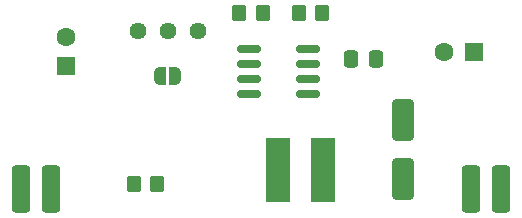
<source format=gts>
%TF.GenerationSoftware,KiCad,Pcbnew,8.0.4*%
%TF.CreationDate,2025-01-19T17:37:52+00:00*%
%TF.ProjectId,33063_invert,33333036-335f-4696-9e76-6572742e6b69,rev?*%
%TF.SameCoordinates,Original*%
%TF.FileFunction,Soldermask,Top*%
%TF.FilePolarity,Negative*%
%FSLAX46Y46*%
G04 Gerber Fmt 4.6, Leading zero omitted, Abs format (unit mm)*
G04 Created by KiCad (PCBNEW 8.0.4) date 2025-01-19 17:37:52*
%MOMM*%
%LPD*%
G01*
G04 APERTURE LIST*
G04 Aperture macros list*
%AMRoundRect*
0 Rectangle with rounded corners*
0 $1 Rounding radius*
0 $2 $3 $4 $5 $6 $7 $8 $9 X,Y pos of 4 corners*
0 Add a 4 corners polygon primitive as box body*
4,1,4,$2,$3,$4,$5,$6,$7,$8,$9,$2,$3,0*
0 Add four circle primitives for the rounded corners*
1,1,$1+$1,$2,$3*
1,1,$1+$1,$4,$5*
1,1,$1+$1,$6,$7*
1,1,$1+$1,$8,$9*
0 Add four rect primitives between the rounded corners*
20,1,$1+$1,$2,$3,$4,$5,0*
20,1,$1+$1,$4,$5,$6,$7,0*
20,1,$1+$1,$6,$7,$8,$9,0*
20,1,$1+$1,$8,$9,$2,$3,0*%
%AMFreePoly0*
4,1,19,0.500000,-0.750000,0.000000,-0.750000,0.000000,-0.744911,-0.071157,-0.744911,-0.207708,-0.704816,-0.327430,-0.627875,-0.420627,-0.520320,-0.479746,-0.390866,-0.500000,-0.250000,-0.500000,0.250000,-0.479746,0.390866,-0.420627,0.520320,-0.327430,0.627875,-0.207708,0.704816,-0.071157,0.744911,0.000000,0.744911,0.000000,0.750000,0.500000,0.750000,0.500000,-0.750000,0.500000,-0.750000,
$1*%
%AMFreePoly1*
4,1,19,0.000000,0.744911,0.071157,0.744911,0.207708,0.704816,0.327430,0.627875,0.420627,0.520320,0.479746,0.390866,0.500000,0.250000,0.500000,-0.250000,0.479746,-0.390866,0.420627,-0.520320,0.327430,-0.627875,0.207708,-0.704816,0.071157,-0.744911,0.000000,-0.744911,0.000000,-0.750000,-0.500000,-0.750000,-0.500000,0.750000,0.000000,0.750000,0.000000,0.744911,0.000000,0.744911,
$1*%
G04 Aperture macros list end*
%ADD10C,1.440000*%
%ADD11RoundRect,0.250000X0.350000X0.450000X-0.350000X0.450000X-0.350000X-0.450000X0.350000X-0.450000X0*%
%ADD12RoundRect,0.250000X-0.500000X-1.750000X0.500000X-1.750000X0.500000X1.750000X-0.500000X1.750000X0*%
%ADD13R,2.150000X5.500000*%
%ADD14FreePoly0,180.000000*%
%ADD15FreePoly1,180.000000*%
%ADD16R,1.600000X1.600000*%
%ADD17C,1.600000*%
%ADD18RoundRect,0.250000X-0.350000X-0.450000X0.350000X-0.450000X0.350000X0.450000X-0.350000X0.450000X0*%
%ADD19RoundRect,0.250000X0.650000X-1.500000X0.650000X1.500000X-0.650000X1.500000X-0.650000X-1.500000X0*%
%ADD20RoundRect,0.150000X0.825000X0.150000X-0.825000X0.150000X-0.825000X-0.150000X0.825000X-0.150000X0*%
%ADD21RoundRect,0.250000X-0.337500X-0.475000X0.337500X-0.475000X0.337500X0.475000X-0.337500X0.475000X0*%
G04 APERTURE END LIST*
D10*
%TO.C,RV1*%
X62020000Y-54600000D03*
X64560000Y-54600000D03*
X67100000Y-54600000D03*
%TD*%
D11*
%TO.C,R3*%
X63700000Y-67550000D03*
X61700000Y-67550000D03*
%TD*%
D12*
%TO.C,J1*%
X52180000Y-68000000D03*
X54720000Y-68000000D03*
%TD*%
D13*
%TO.C,L1*%
X73875000Y-66350000D03*
X77725000Y-66350000D03*
%TD*%
D14*
%TO.C,JP2*%
X65200000Y-58400000D03*
D15*
X63900000Y-58400000D03*
%TD*%
D16*
%TO.C,C1*%
X55950000Y-57600000D03*
D17*
X55950000Y-55100000D03*
%TD*%
D12*
%TO.C,J2*%
X90280000Y-68000000D03*
X92820000Y-68000000D03*
%TD*%
D18*
%TO.C,R1*%
X75650000Y-53100000D03*
X77650000Y-53100000D03*
%TD*%
D19*
%TO.C,D1*%
X84500000Y-67160000D03*
X84500000Y-62160000D03*
%TD*%
D20*
%TO.C,U1*%
X76425000Y-59955000D03*
X76425000Y-58685000D03*
X76425000Y-57415000D03*
X76425000Y-56145000D03*
X71475000Y-56145000D03*
X71475000Y-57415000D03*
X71475000Y-58685000D03*
X71475000Y-59955000D03*
%TD*%
D16*
%TO.C,C3*%
X90500000Y-56350000D03*
D17*
X88000000Y-56350000D03*
%TD*%
D18*
%TO.C,R2*%
X70650000Y-53100000D03*
X72650000Y-53100000D03*
%TD*%
D21*
%TO.C,C2*%
X80112500Y-56950000D03*
X82187500Y-56950000D03*
%TD*%
M02*

</source>
